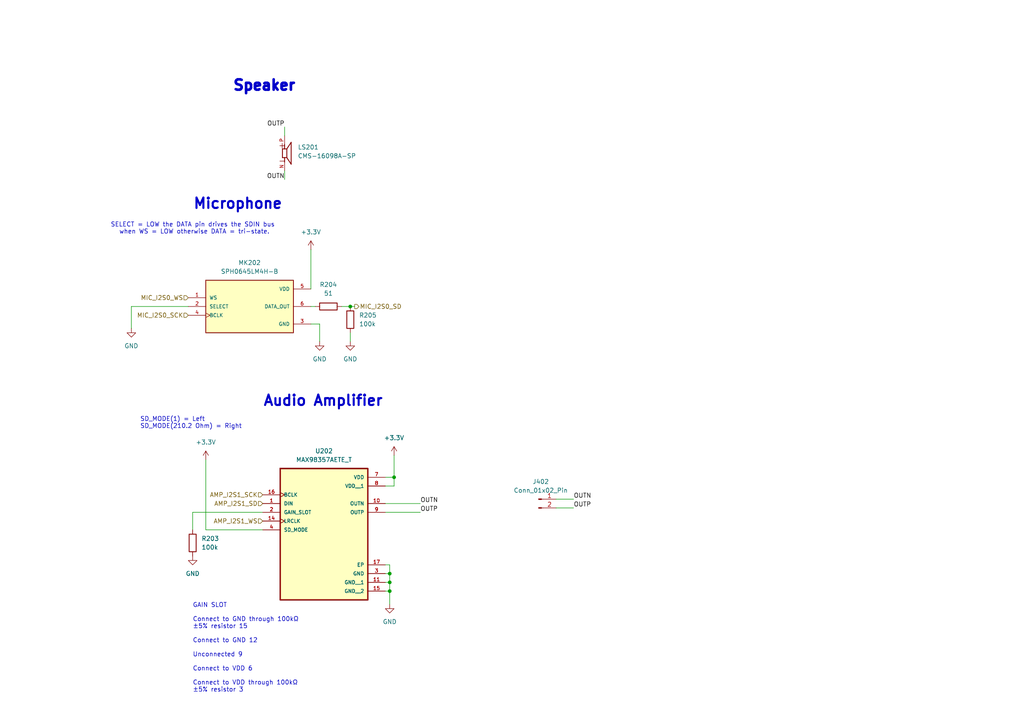
<source format=kicad_sch>
(kicad_sch (version 20250114) (generator "eeschema") (generator_version "9.0")
  (paper "A4")
  (lib_symbols
    (symbol "+3.3V_1" (power) (pin_numbers (hide yes)) (pin_names (offset 0) (hide yes))
      (property "Value" "+3.3V" (at 0 3.556 0))
      (symbol "+3.3V_1_0_1"
        (polyline (pts (xy -0.762 1.27) (xy 0 2.54)))
        (polyline (pts (xy 0 2.54) (xy 0.762 1.27)))
        (polyline (pts (xy 0 0) (xy 0 2.54)))
      )
      (symbol "+3.3V_1_1_1"
        (pin power_in line (at 0 0 90) (length 0) (name "~") (number "1"))
      )
    )
    (symbol "CMS-16098A-SP:CMS-16098A-SP" (pin_names (offset 1.016))
      (property "Reference" "LS" (at -3.8149 8.9014 0))
      (property "Value" "CMS-16098A-SP" (at -3.8252 -11.4755 0))
      (symbol "CMS-16098A-SP_0_0"
        (polyline (pts (xy -0.635 1.27) (xy 0 1.27)) (stroke (width 0.254)))
        (polyline (pts (xy -0.635 -1.27) (xy -0.635 1.27)) (stroke (width 0.254)))
        (polyline (pts (xy 0 1.27) (xy 0 2.54)) (stroke (width 0.254)))
        (polyline (pts (xy 0 1.27) (xy 0.635 1.27)) (stroke (width 0.254)))
        (polyline (pts (xy 0 -1.27) (xy -0.635 -1.27)) (stroke (width 0.254)))
        (polyline (pts (xy 0 -1.27) (xy 0 -2.54)) (stroke (width 0.254)))
        (polyline (pts (xy 0.635 1.27) (xy 0.635 -1.27)) (stroke (width 0.254)))
        (polyline (pts (xy 0.635 1.27) (xy 1.905 3.175)) (stroke (width 0.254)))
        (polyline (pts (xy 0.635 -1.27) (xy 0 -1.27)) (stroke (width 0.254)))
        (polyline (pts (xy 1.905 3.175) (xy 1.905 -3.175)) (stroke (width 0.254)))
        (polyline (pts (xy 1.905 -3.175) (xy 0.635 -1.27)) (stroke (width 0.254)))
        (text "+" (at -1.9116 1.2744 0) (effects (font (size 1.7841 1.7841)) (justify left bottom)))
        (text "-" (at -1.9061 -3.1768 0) (effects (font (size 1.779 1.779)) (justify left bottom)))
        (pin passive line (at 0 5.08 270) (length 2.54) (name "~") (number "P"))
        (pin passive line (at 0 -5.08 90) (length 2.54) (name "~") (number "N"))
      )
    )
    (symbol "Connector:Conn_01x02_Pin" (pin_names (offset 1.016) (hide yes))
      (property "Reference" "J" (at 0 2.54 0))
      (property "Value" "Conn_01x02_Pin" (at 0 -5.08 0))
      (symbol "Conn_01x02_Pin_1_1"
        (rectangle (start 0.8636 0.127) (end 0 -0.127) (stroke (width 0.1524)) (fill (type outline)))
        (rectangle (start 0.8636 -2.413) (end 0 -2.667) (stroke (width 0.1524)) (fill (type outline)))
        (polyline (pts (xy 1.27 0) (xy 0.8636 0)) (stroke (width 0.1524)))
        (polyline (pts (xy 1.27 -2.54) (xy 0.8636 -2.54)) (stroke (width 0.1524)))
        (pin passive line (at 5.08 0 180) (length 3.81) (name "Pin_1") (number "1"))
        (pin passive line (at 5.08 -2.54 180) (length 3.81) (name "Pin_2") (number "2"))
      )
    )
    (symbol "Device:R" (pin_numbers (hide yes)) (pin_names (offset 0))
      (property "Reference" "R" (at 2.032 0 90))
      (property "Value" "R" (at 0 0 90))
      (symbol "R_0_1"
        (rectangle (start -1.016 -2.54) (end 1.016 2.54) (stroke (width 0.254)))
      )
      (symbol "R_1_1"
        (pin passive line (at 0 3.81 270) (length 1.27) (name "~") (number "1"))
        (pin passive line (at 0 -3.81 90) (length 1.27) (name "~") (number "2"))
      )
    )
    (symbol "GND_2" (power) (pin_numbers (hide yes)) (pin_names (offset 0) (hide yes))
      (property "Value" "GND" (at 0 -3.81 0))
      (symbol "GND_2_0_1"
        (polyline (pts (xy 0 0) (xy 0 -1.27) (xy 1.27 -1.27) (xy 0 -2.54) (xy -1.27 -1.27) (xy 0 -1.27)))
      )
      (symbol "GND_2_1_1"
        (pin power_in line (at 0 0 270) (length 0) (name "~") (number "1"))
      )
    )
    (symbol "GND_3" (power) (pin_numbers (hide yes)) (pin_names (offset 0) (hide yes))
      (property "Value" "GND" (at 0 -3.81 0))
      (symbol "GND_3_0_1"
        (polyline (pts (xy 0 0) (xy 0 -1.27) (xy 1.27 -1.27) (xy 0 -2.54) (xy -1.27 -1.27) (xy 0 -1.27)))
      )
      (symbol "GND_3_1_1"
        (pin power_in line (at 0 0 270) (length 0) (name "~") (number "1"))
      )
    )
    (symbol "GND_4" (power) (pin_numbers (hide yes)) (pin_names (offset 0) (hide yes))
      (property "Value" "GND" (at 0 -3.81 0))
      (symbol "GND_4_0_1"
        (polyline (pts (xy 0 0) (xy 0 -1.27) (xy 1.27 -1.27) (xy 0 -2.54) (xy -1.27 -1.27) (xy 0 -1.27)))
      )
      (symbol "GND_4_1_1"
        (pin power_in line (at 0 0 270) (length 0) (name "~") (number "1"))
      )
    )
    (symbol "GND_5" (power) (pin_numbers (hide yes)) (pin_names (offset 0) (hide yes))
      (property "Value" "GND" (at 0 -3.81 0))
      (symbol "GND_5_0_1"
        (polyline (pts (xy 0 0) (xy 0 -1.27) (xy 1.27 -1.27) (xy 0 -2.54) (xy -1.27 -1.27) (xy 0 -1.27)))
      )
      (symbol "GND_5_1_1"
        (pin power_in line (at 0 0 270) (length 0) (name "~") (number "1"))
      )
    )
    (symbol "MAX98357AETE+T:MAX98357AETE_T" (pin_names (offset 1.016))
      (property "Reference" "U" (at -12.7 16.24 0))
      (property "Value" "MAX98357AETE_T" (at -12.7 -26.86 0))
      (symbol "MAX98357AETE_T_0_0"
        (rectangle (start -12.7 -22.86) (end 12.7 15.24) (stroke (width 0.41)) (fill (type background)))
        (pin input clock (at -17.78 7.62 0) (length 5.08) (name "BCLK") (number "16"))
        (pin input line (at -17.78 5.08 0) (length 5.08) (name "DIN") (number "1"))
        (pin input line (at -17.78 2.54 0) (length 5.08) (name "GAIN_SLOT") (number "2"))
        (pin input clock (at -17.78 0 0) (length 5.08) (name "LRCLK") (number "14"))
        (pin input line (at -17.78 -2.54 0) (length 5.08) (name "SD_MODE") (number "4"))
        (pin power_in line (at 17.78 12.7 180) (length 5.08) (name "VDD") (number "7"))
        (pin power_in line (at 17.78 10.16 180) (length 5.08) (name "VDD__1") (number "8"))
        (pin output line (at 17.78 5.08 180) (length 5.08) (name "OUTN") (number "10"))
        (pin output line (at 17.78 2.54 180) (length 5.08) (name "OUTP") (number "9"))
        (pin power_in line (at 17.78 -12.7 180) (length 5.08) (name "EP") (number "17"))
        (pin power_in line (at 17.78 -15.24 180) (length 5.08) (name "GND") (number "3"))
        (pin power_in line (at 17.78 -17.78 180) (length 5.08) (name "GND__1") (number "11"))
        (pin power_in line (at 17.78 -20.32 180) (length 5.08) (name "GND__2") (number "15"))
      )
    )
    (symbol "SPH0645LM4H-B:SPH0645LM4H-B" (pin_names (offset 1.016))
      (property "Reference" "MK" (at -12.7399 8.1466 0))
      (property "Value" "SPH0645LM4H-B" (at -12.7473 -10.1926 0))
      (symbol "SPH0645LM4H-B_0_0"
        (rectangle (start -12.7 -7.62) (end 12.7 7.62) (stroke (width 0.254)) (fill (type background)))
        (pin input line (at -17.78 2.54 0) (length 5.08) (name "WS") (number "1"))
        (pin input line (at -17.78 0 0) (length 5.08) (name "SELECT") (number "2"))
        (pin input clock (at -17.78 -2.54 0) (length 5.08) (name "BCLK") (number "4"))
        (pin power_in line (at 17.78 5.08 180) (length 5.08) (name "VDD") (number "5"))
        (pin output line (at 17.78 0 180) (length 5.08) (name "DATA_OUT") (number "6"))
        (pin power_in line (at 17.78 -5.08 180) (length 5.08) (name "GND") (number "3"))
      )
    )
    (symbol "power:+3.3V" (power) (pin_names (offset 0))
      (property "Value" "+3.3V" (at 0 3.556 0))
      (symbol "+3.3V_0_1"
        (polyline (pts (xy -0.762 1.27) (xy 0 2.54)))
        (polyline (pts (xy 0 2.54) (xy 0.762 1.27)))
        (polyline (pts (xy 0 0) (xy 0 2.54)))
      )
      (symbol "+3.3V_1_1"
        (pin power_in line (at 0 0 90) (length 0) (hide yes) (name "+3.3V") (number "1"))
      )
    )
    (symbol "power:GND" (power) (pin_names (offset 0))
      (property "Value" "GND" (at 0 -3.81 0))
      (symbol "GND_0_1"
        (polyline (pts (xy 0 0) (xy 0 -1.27) (xy 1.27 -1.27) (xy 0 -2.54) (xy -1.27 -1.27) (xy 0 -1.27)))
      )
      (symbol "GND_1_1"
        (pin power_in line (at 0 0 270) (length 0) (hide yes) (name "GND") (number "1"))
      )
    )
  )
  (text "Speaker\n" (at 67.31 26.67 0) (effects (font (size 3 3) (thickness 1) (bold yes)) (justify left bottom)))
  (text "SELECT = LOW the DATA pin drives the SDIN bus \nwhen WS = LOW otherwise DATA = tri-state." (at 56.388 66.294 0) (effects (font (size 1.27 1.27))))
  (text "Audio Amplifier\n" (at 76.2 118.11 0) (effects (font (size 3 3) (thickness 0.6) (bold yes)) (justify left bottom)))
  (text "Microphone\n" (at 55.88 60.96 0) (effects (font (size 3 3) (thickness 0.6) (bold yes)) (justify left bottom)))
  (text "GAIN SLOT\n\nConnect to GND through 100kΩ\n±5% resistor 15\n\nConnect to GND 12\n\nUnconnected 9\n\nConnect to VDD 6\n\nConnect to VDD through 100kΩ\n±5% resistor 3" (at 55.88 200.914 0) (effects (font (size 1.27 1.27)) (justify left bottom)))
  (text "SD_MODE(1) = Left\nSD_MODE(210.2 Ohm) = Right\n" (at 40.64 124.46 0) (effects (font (size 1.27 1.27)) (justify left bottom)))
  (junction (at 113.03 168.91))
  (junction (at 113.03 166.37))
  (junction (at 113.03 171.45))
  (junction (at 114.3 138.43))
  (junction (at 101.6 88.9))
  (wire (pts (xy 59.69 133.35) (xy 59.69 153.67)))
  (wire (pts (xy 55.88 148.59) (xy 76.2 148.59)))
  (wire (pts (xy 121.92 148.59) (xy 111.76 148.59)))
  (wire (pts (xy 166.37 147.32) (xy 161.29 147.32)))
  (wire (pts (xy 38.1 88.9) (xy 38.1 95.25)))
  (wire (pts (xy 111.76 138.43) (xy 114.3 138.43)))
  (wire (pts (xy 102.87 88.9) (xy 101.6 88.9)))
  (wire (pts (xy 111.76 168.91) (xy 113.03 168.91)))
  (wire (pts (xy 113.03 171.45) (xy 113.03 175.26)))
  (wire (pts (xy 166.37 144.78) (xy 161.29 144.78)))
  (wire (pts (xy 111.76 163.83) (xy 113.03 163.83)))
  (wire (pts (xy 76.2 153.67) (xy 59.69 153.67)))
  (wire (pts (xy 82.55 52.07) (xy 82.55 49.53)))
  (wire (pts (xy 114.3 132.08) (xy 114.3 138.43)))
  (wire (pts (xy 55.88 148.59) (xy 55.88 153.67)))
  (wire (pts (xy 113.03 166.37) (xy 113.03 168.91)))
  (wire (pts (xy 54.61 88.9) (xy 38.1 88.9)))
  (wire (pts (xy 114.3 138.43) (xy 114.3 140.97)))
  (wire (pts (xy 113.03 163.83) (xy 113.03 166.37)))
  (wire (pts (xy 101.6 88.9) (xy 99.06 88.9)))
  (wire (pts (xy 91.44 88.9) (xy 90.17 88.9)))
  (wire (pts (xy 90.17 72.39) (xy 90.17 83.82)))
  (wire (pts (xy 82.55 36.83) (xy 82.55 39.37)))
  (wire (pts (xy 111.76 166.37) (xy 113.03 166.37)))
  (wire (pts (xy 111.76 140.97) (xy 114.3 140.97)))
  (wire (pts (xy 113.03 168.91) (xy 113.03 171.45)))
  (wire (pts (xy 92.71 93.98) (xy 92.71 99.06)))
  (wire (pts (xy 90.17 93.98) (xy 92.71 93.98)))
  (wire (pts (xy 101.6 96.52) (xy 101.6 99.06)))
  (wire (pts (xy 113.03 171.45) (xy 111.76 171.45)))
  (wire (pts (xy 121.92 146.05) (xy 111.76 146.05)))
  (label "OUTN" (at 166.37 144.78 0))
  (label "OUTP" (at 166.37 147.32 0))
  (label "OUTP" (at 121.92 148.59 0))
  (label "OUTP" (at 82.55 36.83 180))
  (label "OUTN" (at 82.55 52.07 180))
  (label "OUTN" (at 121.92 146.05 0))
  (hierarchical_label "MIC_I2S0_SD" (shape output) (at 102.87 88.9 0))
  (hierarchical_label "AMP_I2S1_SCK" (shape input) (at 76.2 143.51 180))
  (hierarchical_label "MIC_I2S0_WS" (shape input) (at 54.61 86.36 180))
  (hierarchical_label "MIC_I2S0_SCK" (shape input) (at 54.61 91.44 180))
  (hierarchical_label "AMP_I2S1_SD" (shape input) (at 76.2 146.05 180))
  (hierarchical_label "AMP_I2S1_WS" (shape input) (at 76.2 151.13 180))
  (symbol (lib_id "Device:R") (at 101.6 92.71 0) (unit 1)
    (property "Reference" "R205" (at 104.14 91.4399 0) (effects (justify left)))
    (property "Value" "100k" (at 104.14 93.9799 0) (effects (justify left)))
    (property "Footprint" "Resistor_SMD:R_0805_2012Metric_Pad1.20x1.40mm_HandSolder" (effects (hide yes)))
  )
  (symbol (lib_name "GND_3") (lib_id "power:GND") (at 92.71 99.06 0) (unit 1)
    (property "Reference" "#PWR0211" (effects (hide yes)))
    (property "Value" "GND" (at 92.71 104.14 0))
    (property "Description" "Power symbol creates a global label with name \"GND\" , ground" (effects (hide yes)))
  )
  (symbol (lib_id "Device:R") (at 95.25 88.9 270) (unit 1)
    (property "Reference" "R204" (at 95.25 82.55 90))
    (property "Value" "51" (at 95.25 85.09 90))
    (property "Footprint" "Resistor_SMD:R_0805_2012Metric_Pad1.20x1.40mm_HandSolder" (effects (hide yes)))
  )
  (symbol (lib_id "Connector:Conn_01x02_Pin") (at 156.21 144.78 0) (unit 1)
    (property "Reference" "J402" (at 156.845 139.7 0))
    (property "Value" "Conn_01x02_Pin" (at 156.845 142.24 0))
    (property "Footprint" "Connector_PinHeader_2.54mm:PinHeader_1x02_P2.54mm_Vertical" (effects (hide yes)))
    (property "Description" "Generic connector, single row, 01x02, script generated" (effects (hide yes)))
  )
  (symbol (lib_name "GND_5") (lib_id "power:GND") (at 101.6 99.06 0) (unit 1)
    (property "Reference" "#PWR0212" (effects (hide yes)))
    (property "Value" "GND" (at 101.6 104.14 0))
    (property "Description" "Power symbol creates a global label with name \"GND\" , ground" (effects (hide yes)))
  )
  (symbol (lib_name "GND_2") (lib_id "power:GND") (at 113.03 175.26 0) (unit 1)
    (property "Reference" "#PWR0203" (effects (hide yes)))
    (property "Value" "GND" (at 113.03 180.34 0))
    (property "Description" "Power symbol creates a global label with name \"GND\" , ground" (effects (hide yes)))
  )
  (symbol (lib_id "power:+3.3V") (at 59.69 133.35 0) (unit 1)
    (property "Reference" "#PWR0114" (effects (hide yes)))
    (property "Value" "+3.3V" (at 59.69 128.27 0))
  )
  (symbol (lib_id "SPH0645LM4H-B:SPH0645LM4H-B") (at 72.39 88.9 0) (unit 1)
    (property "Reference" "MK202" (at 72.39 76.2 0))
    (property "Value" "SPH0645LM4H-B" (at 72.39 78.74 0))
    (property "Footprint" "SPH0645LM4H-B(Microphone):MIC_SPH0645LM4H-B" (effects (hide yes)))
    (property "MF" "Knowles" (effects (hide yes)))
    (property "DESCRIPTION" "Mic Mems Digital I2s Omni -26db" (effects (hide yes)))
    (property "PACKAGE" "SIP-7 Bourns" (effects (hide yes)))
    (property "PRICE" "None" (effects (hide yes)))
    (property "Package" "None" (effects (hide yes)))
    (property "Check_prices" "https://www.snapeda.com/parts/SPH0645LM4H-B/Knowles/view-part/?ref=eda" (effects (hide yes)))
    (property "SnapEDA_Link" "https://www.snapeda.com/parts/SPH0645LM4H-B/Knowles/view-part/?ref=snap" (effects (hide yes)))
    (property "MP" "SPH0645LM4H-B" (effects (hide yes)))
    (property "AVAILABILITY" "Unavailable" (effects (hide yes)))
    (property "Description_1" "20 Hz ~ 10 kHz Digital, I2S Microphone MEMS (Silicon) 1.62 V ~ 3.6 V Omnidirectional (-26dB ±3dB @ 94dB SPL) Solder Pads" (effects (hide yes)))
  )
  (symbol (lib_id "MAX98357AETE+T:MAX98357AETE_T") (at 93.98 151.13 0) (unit 1)
    (property "Reference" "U202" (at 93.98 130.81 0))
    (property "Value" "MAX98357AETE_T" (at 93.98 133.35 0))
    (property "Footprint" "Package_DFN_QFN:TQFN-16-1EP_3x3mm_P0.5mm_EP1.23x1.23mm" (effects (hide yes)))
    (property "MF" "Maxim Integrated" (effects (hide yes)))
    (property "Description_1" "Audio Amp Speaker 1-CH Mono Class-D 16-Pin TQFN EP T/R" (effects (hide yes)))
    (property "Package" "TQFN-16 Maxim" (effects (hide yes)))
    (property "Price" "None" (effects (hide yes)))
    (property "MP" "MAX98357AETE+T" (effects (hide yes)))
    (property "Availability" "Unavailable" (effects (hide yes)))
  )
  (symbol (lib_name "GND_4") (lib_id "power:GND") (at 38.1 95.25 0) (unit 1)
    (property "Reference" "#PWR0209" (effects (hide yes)))
    (property "Value" "GND" (at 38.1 100.33 0))
    (property "Description" "Power symbol creates a global label with name \"GND\" , ground" (effects (hide yes)))
  )
  (symbol (lib_id "Device:R") (at 55.88 157.48 180) (unit 1)
    (property "Reference" "R203" (at 58.42 156.2099 0) (effects (justify right)))
    (property "Value" "100k" (at 58.42 158.7499 0) (effects (justify right)))
    (property "Footprint" "Resistor_SMD:R_0805_2012Metric_Pad1.20x1.40mm_HandSolder" (effects (hide yes)))
  )
  (symbol (lib_id "CMS-16098A-SP:CMS-16098A-SP") (at 82.55 44.45 0) (unit 1)
    (property "Reference" "LS201" (at 86.36 42.6946 0) (effects (justify left)))
    (property "Value" "CMS-16098A-SP" (at 86.36 45.2346 0) (effects (justify left)))
    (property "Footprint" "CMS_SPEAKER:CUI_CMS-16098A-SP" (effects (hide yes)))
    (property "MF" "CUI" (effects (hide yes)))
    (property "DESCRIPTION" "16 x 9 mm, Rectangular Frame , 0.8 W, 8 Ohm, Neodymium Magnet, Mylar Cone" (effects (hide yes)))
    (property "PACKAGE" "CUI" (effects (hide yes)))
    (property "PRICE" "1.52 USD" (effects (hide yes)))
    (property "MP" "CMS-16098A-SP" (effects (hide yes)))
    (property "AVAILABILITY" "Warning" (effects (hide yes)))
  )
  (symbol (lib_id "power:+3.3V") (at 114.3 132.08 0) (unit 1)
    (property "Reference" "#PWR0111" (effects (hide yes)))
    (property "Value" "+3.3V" (at 114.3 127 0))
  )
  (symbol (lib_name "+3.3V_1") (lib_id "power:+3.3V") (at 90.17 72.39 0) (unit 1)
    (property "Reference" "#PWR0210" (effects (hide yes)))
    (property "Value" "+3.3V" (at 90.17 67.31 0))
    (property "Description" "Power symbol creates a global label with name \"+3.3V\"" (effects (hide yes)))
  )
  (symbol (lib_id "power:GND") (at 55.88 161.29 0) (unit 1)
    (property "Reference" "#PWR0112" (effects (hide yes)))
    (property "Value" "GND" (at 55.88 166.37 0))
  )
)
</source>
